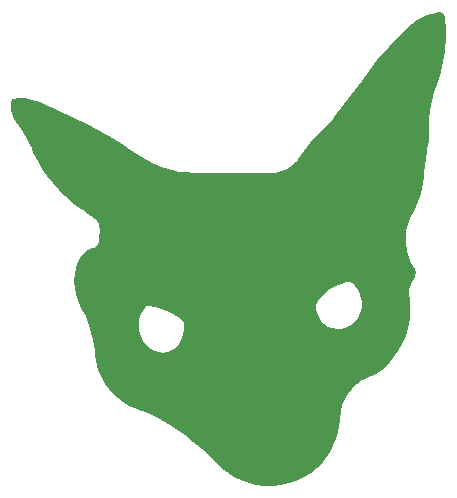
<source format=gtl>
G04*
G04 #@! TF.GenerationSoftware,Altium Limited,Altium Designer,24.4.1 (13)*
G04*
G04 Layer_Physical_Order=1*
G04 Layer_Color=255*
%FSLAX44Y44*%
%MOMM*%
G71*
G04*
G04 #@! TF.SameCoordinates,0AE1F543-7B87-48E8-90D5-0DFDE8F72AC0*
G04*
G04*
G04 #@! TF.FilePolarity,Positive*
G04*
G01*
G75*
G36*
X365830Y403418D02*
X366696Y403056D01*
X367472Y402530D01*
X368129Y401861D01*
X368641Y401075D01*
X368986Y400203D01*
X369069Y399742D01*
X369079Y399716D01*
X369079Y399688D01*
X369708Y396572D01*
X370391Y390253D01*
X370493Y383896D01*
X370015Y377558D01*
X369487Y374423D01*
X369489Y374345D01*
X369465Y374270D01*
X368997Y369871D01*
X367540Y361143D01*
X365569Y352518D01*
X363089Y344024D01*
X361600Y339858D01*
X361591Y339800D01*
X361564Y339749D01*
X360404Y335978D01*
X360397Y335909D01*
X360368Y335847D01*
X358454Y328192D01*
X358450Y328101D01*
X358417Y328015D01*
X357052Y320244D01*
X357054Y320152D01*
X357027Y320065D01*
X356217Y312216D01*
X356224Y312148D01*
X356207Y312081D01*
X356012Y308140D01*
X356023Y308067D01*
X356009Y307995D01*
X356029Y305410D01*
X355857Y300241D01*
X355474Y295086D01*
X354882Y289949D01*
X354493Y287468D01*
X353920Y284824D01*
X353919Y284781D01*
X353903Y284741D01*
X352908Y279273D01*
X352909Y279215D01*
X352890Y279160D01*
X352139Y273654D01*
X352142Y273596D01*
X352126Y273541D01*
X351621Y268006D01*
X351626Y267963D01*
X351615Y267921D01*
X351456Y265157D01*
X351311Y262932D01*
X350752Y258488D01*
X349928Y254085D01*
X348843Y249740D01*
X347500Y245467D01*
X345904Y241282D01*
X344061Y237200D01*
X341977Y233235D01*
X340819Y231319D01*
X340768Y231179D01*
X340681Y231059D01*
X339601Y228693D01*
X339574Y228576D01*
X339513Y228473D01*
X337802Y223564D01*
X337780Y223406D01*
X337716Y223260D01*
X336626Y218176D01*
X336623Y218017D01*
X336579Y217864D01*
X336125Y212685D01*
X336143Y212526D01*
X336117Y212369D01*
X336308Y207174D01*
X336345Y207019D01*
X336339Y206859D01*
X337171Y201727D01*
X337227Y201578D01*
X337241Y201419D01*
X338701Y196430D01*
X338775Y196288D01*
X338808Y196132D01*
X340874Y191362D01*
X340943Y191263D01*
X340979Y191149D01*
X342229Y188869D01*
X342363Y188710D01*
X342456Y188525D01*
X342914Y187939D01*
X343637Y186638D01*
X344148Y185240D01*
X344435Y183781D01*
X344492Y182293D01*
X344316Y180816D01*
X343912Y179384D01*
X343291Y178032D01*
X342878Y177412D01*
X342868Y177386D01*
X342848Y177365D01*
X341863Y175813D01*
X341792Y175631D01*
X341681Y175472D01*
X340205Y172108D01*
X340149Y171856D01*
X340047Y171618D01*
X339277Y168027D01*
X339273Y167768D01*
X339221Y167515D01*
X339189Y163842D01*
X339225Y163651D01*
X339215Y163456D01*
X339474Y161658D01*
X339927Y158072D01*
X340078Y150799D01*
X339464Y143551D01*
X338093Y136407D01*
X335980Y129446D01*
X333148Y122746D01*
X329629Y116379D01*
X325461Y110417D01*
X323076Y107671D01*
X323068Y107658D01*
X323056Y107648D01*
X320985Y105206D01*
X316225Y100920D01*
X310934Y97313D01*
X305206Y94447D01*
X302176Y93412D01*
X301983Y93300D01*
X301770Y93232D01*
X299488Y91975D01*
X299383Y91887D01*
X299257Y91832D01*
X294988Y88847D01*
X294862Y88716D01*
X294707Y88619D01*
X290904Y85061D01*
X290798Y84912D01*
X290658Y84795D01*
X287397Y80733D01*
X287313Y80572D01*
X287191Y80436D01*
X284539Y75953D01*
X284478Y75781D01*
X284377Y75629D01*
X282386Y70816D01*
X282351Y70637D01*
X282272Y70473D01*
X280983Y65426D01*
X280973Y65244D01*
X280918Y65070D01*
X280357Y59892D01*
X280369Y59755D01*
X280342Y59621D01*
X280339Y57141D01*
X280006Y53837D01*
X278574Y47092D01*
X276419Y40542D01*
X273566Y34265D01*
X271811Y31306D01*
X270035Y28354D01*
X265817Y22880D01*
X261000Y17925D01*
X255647Y13555D01*
X249828Y9827D01*
X243622Y6790D01*
X237107Y4484D01*
X230372Y2939D01*
X223504Y2176D01*
X216594Y2204D01*
X209732Y3024D01*
X203010Y4625D01*
X196515Y6985D01*
X190334Y10074D01*
X184547Y13850D01*
X179230Y18264D01*
X176849Y20754D01*
X173621Y24197D01*
X173581Y24226D01*
X173553Y24267D01*
X166816Y30918D01*
X166760Y30955D01*
X166720Y31008D01*
X159651Y37305D01*
X159594Y37338D01*
X159551Y37389D01*
X152167Y43314D01*
X152108Y43345D01*
X152063Y43394D01*
X144385Y48932D01*
X144325Y48960D01*
X144277Y49006D01*
X136325Y54143D01*
X136263Y54167D01*
X136213Y54211D01*
X128007Y58932D01*
X127944Y58954D01*
X127892Y58995D01*
X119455Y63289D01*
X119407Y63302D01*
X119366Y63331D01*
X115068Y65314D01*
X114816Y65375D01*
X114580Y65482D01*
X111876Y66115D01*
X106625Y67930D01*
X101589Y70276D01*
X96821Y73127D01*
X92371Y76454D01*
X88287Y80220D01*
X84613Y84388D01*
X81387Y88911D01*
X78643Y93741D01*
X76410Y98829D01*
X74714Y104119D01*
X73570Y109556D01*
X73282Y112305D01*
X72863Y116796D01*
X72839Y116876D01*
X72842Y116961D01*
X71417Y125897D01*
X71378Y126002D01*
X71373Y126114D01*
X69176Y134892D01*
X69128Y134993D01*
X69113Y135105D01*
X66161Y143659D01*
X66119Y143731D01*
X66102Y143814D01*
X64350Y147987D01*
X64214Y148189D01*
X64121Y148414D01*
X62215Y151272D01*
X59197Y157444D01*
X57024Y163962D01*
X55735Y170711D01*
X55550Y174043D01*
X55604Y176524D01*
X56144Y181656D01*
X57110Y186724D01*
X58494Y191695D01*
X59303Y193879D01*
X60201Y195341D01*
X62765Y198324D01*
X65767Y200865D01*
X69134Y202899D01*
X70895Y203613D01*
X71644Y203871D01*
X71909Y204027D01*
X72195Y204140D01*
X73630Y205069D01*
X73923Y205354D01*
X74236Y205617D01*
X75304Y206952D01*
X75492Y207314D01*
X75705Y207663D01*
X76296Y209267D01*
X76344Y209571D01*
X76437Y209864D01*
X76533Y210716D01*
X76524Y210819D01*
X76548Y210920D01*
X76860Y220920D01*
X76842Y221029D01*
X76857Y221138D01*
X76819Y221847D01*
X76767Y222049D01*
X76763Y222257D01*
X76458Y223642D01*
X76347Y223895D01*
X76282Y224164D01*
X75687Y225452D01*
X75524Y225675D01*
X75403Y225924D01*
X74545Y227053D01*
X74389Y227191D01*
X74269Y227361D01*
X73753Y227850D01*
X73650Y227915D01*
X73569Y228008D01*
X71519Y229611D01*
X71494Y229623D01*
X71476Y229643D01*
X67309Y232761D01*
X67277Y232777D01*
X67252Y232803D01*
X63000Y235804D01*
X62967Y235819D01*
X62942Y235844D01*
X58608Y238727D01*
X58583Y238737D01*
X58563Y238755D01*
X56469Y240086D01*
X53534Y242367D01*
X47780Y247448D01*
X42356Y252878D01*
X37282Y258638D01*
X32578Y264703D01*
X28263Y271051D01*
X24354Y277656D01*
X20865Y284493D01*
X19338Y288014D01*
X19324Y288035D01*
X19318Y288060D01*
X18058Y290814D01*
X18029Y290855D01*
X18016Y290903D01*
X15286Y296310D01*
X15244Y296362D01*
X15223Y296425D01*
X12218Y301684D01*
X12175Y301734D01*
X12150Y301796D01*
X8878Y306893D01*
X8844Y306929D01*
X8824Y306975D01*
X7090Y309459D01*
X7018Y309528D01*
X6970Y309617D01*
X6136Y310634D01*
X4713Y312847D01*
X3556Y315211D01*
X2680Y317692D01*
X2097Y320257D01*
X1815Y322874D01*
X1837Y325505D01*
X2163Y328116D01*
X2445Y329269D01*
X2516Y329383D01*
X2617Y329484D01*
X2738Y329559D01*
X2748Y329563D01*
X4149Y329957D01*
X7135Y330486D01*
X10157Y330718D01*
X13189Y330652D01*
X14683Y330471D01*
X16446Y330244D01*
X19946Y329528D01*
X23384Y328555D01*
X26740Y327332D01*
X28342Y326610D01*
X67868Y307716D01*
X73638Y304752D01*
X85040Y298412D01*
X96227Y291700D01*
X107187Y284622D01*
X112548Y280905D01*
X112606Y280880D01*
X112652Y280837D01*
X115226Y279233D01*
X115294Y279207D01*
X115350Y279160D01*
X120670Y276248D01*
X120763Y276219D01*
X120841Y276163D01*
X126365Y273658D01*
X126459Y273636D01*
X126542Y273586D01*
X132238Y271503D01*
X132333Y271488D01*
X132420Y271444D01*
X138256Y269795D01*
X138353Y269787D01*
X138442Y269749D01*
X144386Y268543D01*
X144483Y268542D01*
X144575Y268512D01*
X150592Y267755D01*
X150688Y267762D01*
X150783Y267738D01*
X156840Y267435D01*
X156912Y267446D01*
X156983Y267432D01*
X160008Y267451D01*
X225000Y267451D01*
X225239Y267499D01*
X225482Y267497D01*
X228079Y267998D01*
X228244Y268064D01*
X228420Y268088D01*
X233421Y269793D01*
X233625Y269911D01*
X233849Y269984D01*
X238454Y272577D01*
X238633Y272731D01*
X238839Y272844D01*
X242891Y276236D01*
X243002Y276374D01*
X243145Y276480D01*
X244919Y278441D01*
X245062Y278679D01*
X245244Y278889D01*
X247350Y282583D01*
X252166Y289593D01*
X257552Y296176D01*
X263471Y302284D01*
X266675Y305079D01*
X266678Y305082D01*
X266681Y305084D01*
X267816Y306080D01*
X267858Y306134D01*
X267916Y306172D01*
X270077Y308281D01*
X270129Y308356D01*
X270202Y308412D01*
X272208Y310669D01*
X272254Y310748D01*
X272323Y310808D01*
X274165Y313202D01*
X274195Y313263D01*
X274244Y313311D01*
X275059Y314496D01*
X299015Y345440D01*
X299041Y345490D01*
X299081Y345529D01*
X303248Y351423D01*
X312144Y362793D01*
X321580Y373719D01*
X331534Y384175D01*
X336759Y389155D01*
X336807Y389223D01*
X336874Y389272D01*
X338174Y390682D01*
X340999Y393275D01*
X344031Y395623D01*
X347248Y397710D01*
X350629Y399520D01*
X354148Y401043D01*
X357783Y402266D01*
X361507Y403182D01*
X363400Y403483D01*
X363455Y403503D01*
X363513Y403503D01*
X363972Y403598D01*
X364910Y403601D01*
X365830Y403418D01*
D02*
G37*
%LPC*%
G36*
X287703Y175148D02*
X287000Y175000D01*
X285271Y174632D01*
X281884Y173625D01*
X278587Y172351D01*
X275402Y170818D01*
X272349Y169037D01*
X269447Y167019D01*
X266716Y164776D01*
X264171Y162324D01*
X263000Y161000D01*
X262433Y160367D01*
X261478Y158961D01*
X260718Y157441D01*
X260167Y155833D01*
X260000Y155000D01*
Y153030D01*
X260769Y149166D01*
X262276Y145526D01*
X264465Y142251D01*
X267251Y139465D01*
X270526Y137276D01*
X274166Y135769D01*
X278030Y135000D01*
X280000D01*
Y135000D01*
X282118Y135246D01*
X286175Y136555D01*
X289900Y138631D01*
X293147Y141393D01*
X295794Y144736D01*
X297737Y148531D01*
X298903Y152633D01*
X299246Y156882D01*
X299000Y159000D01*
X298605Y160942D01*
X297312Y164690D01*
X295539Y168236D01*
X293317Y171518D01*
X292000Y173000D01*
X292000Y173000D01*
X291593Y173592D01*
X291205Y173902D01*
X290470Y174490D01*
X289135Y175024D01*
X287703Y175148D01*
D02*
G37*
G36*
X117000Y155000D02*
X116383Y154481D01*
X115256Y153328D01*
X114249Y152068D01*
X113370Y150716D01*
X113000Y150000D01*
X111857Y147914D01*
X110429Y143375D01*
X109913Y138646D01*
X110330Y133906D01*
X111664Y129339D01*
X113863Y125120D01*
X116843Y121411D01*
X120490Y118355D01*
X122576Y117212D01*
X124014Y116442D01*
X127137Y115493D01*
X130384Y115171D01*
X133632Y115489D01*
X136755Y116434D01*
X139634Y117971D01*
X142158Y120040D01*
X144230Y122561D01*
X145000Y124000D01*
X145000Y124000D01*
X145000Y124000D01*
X145985Y125959D01*
X147367Y130121D01*
X148129Y134439D01*
X148256Y138822D01*
X148000Y141000D01*
X146427Y142491D01*
X143043Y145201D01*
X139445Y147618D01*
X135657Y149726D01*
X131707Y151510D01*
X127621Y152957D01*
X123428Y154059D01*
X119159Y154806D01*
X117000Y155000D01*
D02*
G37*
%LPD*%
M02*

</source>
